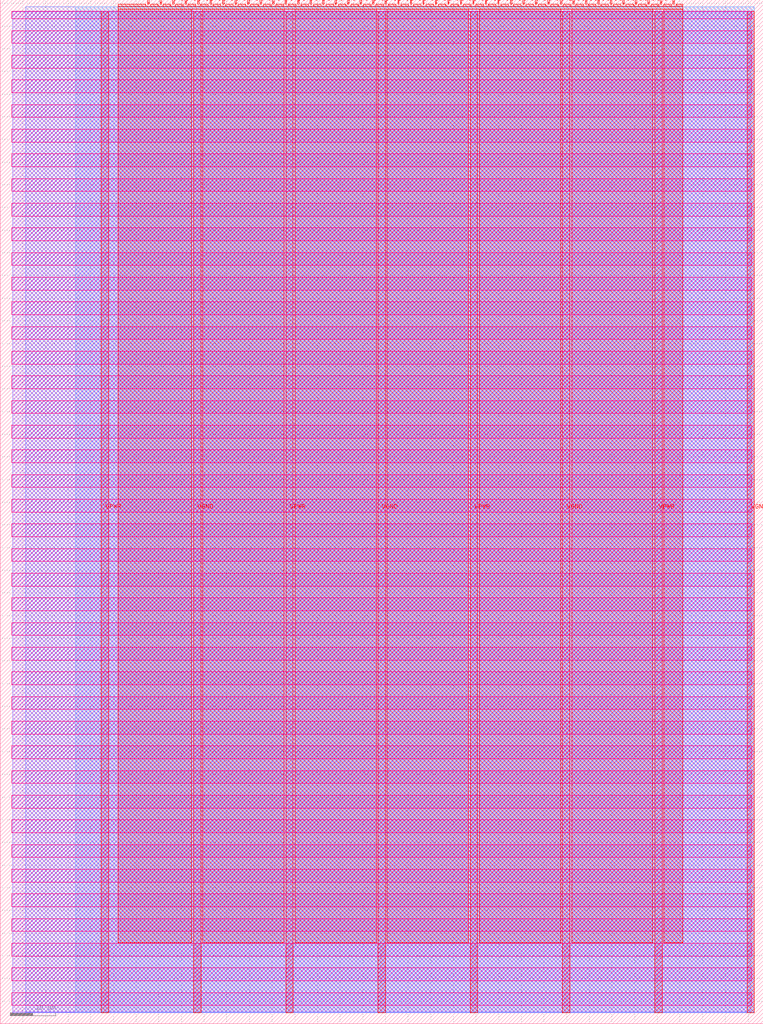
<source format=lef>
VERSION 5.7 ;
  NOWIREEXTENSIONATPIN ON ;
  DIVIDERCHAR "/" ;
  BUSBITCHARS "[]" ;
MACRO tt_um_prg
  CLASS BLOCK ;
  FOREIGN tt_um_prg ;
  ORIGIN 0.000 0.000 ;
  SIZE 168.360 BY 225.760 ;
  PIN VGND
    DIRECTION INOUT ;
    USE GROUND ;
    PORT
      LAYER met4 ;
        RECT 42.670 2.480 44.270 223.280 ;
    END
    PORT
      LAYER met4 ;
        RECT 83.380 2.480 84.980 223.280 ;
    END
    PORT
      LAYER met4 ;
        RECT 124.090 2.480 125.690 223.280 ;
    END
    PORT
      LAYER met4 ;
        RECT 164.800 2.480 166.400 223.280 ;
    END
  END VGND
  PIN VPWR
    DIRECTION INOUT ;
    USE POWER ;
    PORT
      LAYER met4 ;
        RECT 22.315 2.480 23.915 223.280 ;
    END
    PORT
      LAYER met4 ;
        RECT 63.025 2.480 64.625 223.280 ;
    END
    PORT
      LAYER met4 ;
        RECT 103.735 2.480 105.335 223.280 ;
    END
    PORT
      LAYER met4 ;
        RECT 144.445 2.480 146.045 223.280 ;
    END
  END VPWR
  PIN clk
    DIRECTION INPUT ;
    USE SIGNAL ;
    ANTENNAGATEAREA 0.852000 ;
    PORT
      LAYER met4 ;
        RECT 145.670 224.760 145.970 225.760 ;
    END
  END clk
  PIN ena
    DIRECTION INPUT ;
    USE SIGNAL ;
    ANTENNAGATEAREA 0.159000 ;
    PORT
      LAYER met4 ;
        RECT 148.430 224.760 148.730 225.760 ;
    END
  END ena
  PIN rst_n
    DIRECTION INPUT ;
    USE SIGNAL ;
    ANTENNAGATEAREA 0.247500 ;
    PORT
      LAYER met4 ;
        RECT 142.910 224.760 143.210 225.760 ;
    END
  END rst_n
  PIN ui_in[0]
    DIRECTION INPUT ;
    USE SIGNAL ;
    ANTENNAGATEAREA 0.196500 ;
    PORT
      LAYER met4 ;
        RECT 140.150 224.760 140.450 225.760 ;
    END
  END ui_in[0]
  PIN ui_in[1]
    DIRECTION INPUT ;
    USE SIGNAL ;
    ANTENNAGATEAREA 0.196500 ;
    PORT
      LAYER met4 ;
        RECT 137.390 224.760 137.690 225.760 ;
    END
  END ui_in[1]
  PIN ui_in[2]
    DIRECTION INPUT ;
    USE SIGNAL ;
    ANTENNAGATEAREA 0.196500 ;
    PORT
      LAYER met4 ;
        RECT 134.630 224.760 134.930 225.760 ;
    END
  END ui_in[2]
  PIN ui_in[3]
    DIRECTION INPUT ;
    USE SIGNAL ;
    ANTENNAGATEAREA 0.196500 ;
    PORT
      LAYER met4 ;
        RECT 131.870 224.760 132.170 225.760 ;
    END
  END ui_in[3]
  PIN ui_in[4]
    DIRECTION INPUT ;
    USE SIGNAL ;
    ANTENNAGATEAREA 0.196500 ;
    PORT
      LAYER met4 ;
        RECT 129.110 224.760 129.410 225.760 ;
    END
  END ui_in[4]
  PIN ui_in[5]
    DIRECTION INPUT ;
    USE SIGNAL ;
    ANTENNAGATEAREA 0.196500 ;
    PORT
      LAYER met4 ;
        RECT 126.350 224.760 126.650 225.760 ;
    END
  END ui_in[5]
  PIN ui_in[6]
    DIRECTION INPUT ;
    USE SIGNAL ;
    ANTENNAGATEAREA 0.196500 ;
    PORT
      LAYER met4 ;
        RECT 123.590 224.760 123.890 225.760 ;
    END
  END ui_in[6]
  PIN ui_in[7]
    DIRECTION INPUT ;
    USE SIGNAL ;
    ANTENNAGATEAREA 0.196500 ;
    PORT
      LAYER met4 ;
        RECT 120.830 224.760 121.130 225.760 ;
    END
  END ui_in[7]
  PIN uio_in[0]
    DIRECTION INPUT ;
    USE SIGNAL ;
    PORT
      LAYER met4 ;
        RECT 118.070 224.760 118.370 225.760 ;
    END
  END uio_in[0]
  PIN uio_in[1]
    DIRECTION INPUT ;
    USE SIGNAL ;
    PORT
      LAYER met4 ;
        RECT 115.310 224.760 115.610 225.760 ;
    END
  END uio_in[1]
  PIN uio_in[2]
    DIRECTION INPUT ;
    USE SIGNAL ;
    PORT
      LAYER met4 ;
        RECT 112.550 224.760 112.850 225.760 ;
    END
  END uio_in[2]
  PIN uio_in[3]
    DIRECTION INPUT ;
    USE SIGNAL ;
    PORT
      LAYER met4 ;
        RECT 109.790 224.760 110.090 225.760 ;
    END
  END uio_in[3]
  PIN uio_in[4]
    DIRECTION INPUT ;
    USE SIGNAL ;
    PORT
      LAYER met4 ;
        RECT 107.030 224.760 107.330 225.760 ;
    END
  END uio_in[4]
  PIN uio_in[5]
    DIRECTION INPUT ;
    USE SIGNAL ;
    PORT
      LAYER met4 ;
        RECT 104.270 224.760 104.570 225.760 ;
    END
  END uio_in[5]
  PIN uio_in[6]
    DIRECTION INPUT ;
    USE SIGNAL ;
    PORT
      LAYER met4 ;
        RECT 101.510 224.760 101.810 225.760 ;
    END
  END uio_in[6]
  PIN uio_in[7]
    DIRECTION INPUT ;
    USE SIGNAL ;
    PORT
      LAYER met4 ;
        RECT 98.750 224.760 99.050 225.760 ;
    END
  END uio_in[7]
  PIN uio_oe[0]
    DIRECTION OUTPUT TRISTATE ;
    USE SIGNAL ;
    PORT
      LAYER met4 ;
        RECT 51.830 224.760 52.130 225.760 ;
    END
  END uio_oe[0]
  PIN uio_oe[1]
    DIRECTION OUTPUT TRISTATE ;
    USE SIGNAL ;
    PORT
      LAYER met4 ;
        RECT 49.070 224.760 49.370 225.760 ;
    END
  END uio_oe[1]
  PIN uio_oe[2]
    DIRECTION OUTPUT TRISTATE ;
    USE SIGNAL ;
    PORT
      LAYER met4 ;
        RECT 46.310 224.760 46.610 225.760 ;
    END
  END uio_oe[2]
  PIN uio_oe[3]
    DIRECTION OUTPUT TRISTATE ;
    USE SIGNAL ;
    PORT
      LAYER met4 ;
        RECT 43.550 224.760 43.850 225.760 ;
    END
  END uio_oe[3]
  PIN uio_oe[4]
    DIRECTION OUTPUT TRISTATE ;
    USE SIGNAL ;
    PORT
      LAYER met4 ;
        RECT 40.790 224.760 41.090 225.760 ;
    END
  END uio_oe[4]
  PIN uio_oe[5]
    DIRECTION OUTPUT TRISTATE ;
    USE SIGNAL ;
    PORT
      LAYER met4 ;
        RECT 38.030 224.760 38.330 225.760 ;
    END
  END uio_oe[5]
  PIN uio_oe[6]
    DIRECTION OUTPUT TRISTATE ;
    USE SIGNAL ;
    PORT
      LAYER met4 ;
        RECT 35.270 224.760 35.570 225.760 ;
    END
  END uio_oe[6]
  PIN uio_oe[7]
    DIRECTION OUTPUT TRISTATE ;
    USE SIGNAL ;
    PORT
      LAYER met4 ;
        RECT 32.510 224.760 32.810 225.760 ;
    END
  END uio_oe[7]
  PIN uio_out[0]
    DIRECTION OUTPUT TRISTATE ;
    USE SIGNAL ;
    ANTENNADIFFAREA 0.795200 ;
    PORT
      LAYER met4 ;
        RECT 73.910 224.760 74.210 225.760 ;
    END
  END uio_out[0]
  PIN uio_out[1]
    DIRECTION OUTPUT TRISTATE ;
    USE SIGNAL ;
    PORT
      LAYER met4 ;
        RECT 71.150 224.760 71.450 225.760 ;
    END
  END uio_out[1]
  PIN uio_out[2]
    DIRECTION OUTPUT TRISTATE ;
    USE SIGNAL ;
    PORT
      LAYER met4 ;
        RECT 68.390 224.760 68.690 225.760 ;
    END
  END uio_out[2]
  PIN uio_out[3]
    DIRECTION OUTPUT TRISTATE ;
    USE SIGNAL ;
    PORT
      LAYER met4 ;
        RECT 65.630 224.760 65.930 225.760 ;
    END
  END uio_out[3]
  PIN uio_out[4]
    DIRECTION OUTPUT TRISTATE ;
    USE SIGNAL ;
    PORT
      LAYER met4 ;
        RECT 62.870 224.760 63.170 225.760 ;
    END
  END uio_out[4]
  PIN uio_out[5]
    DIRECTION OUTPUT TRISTATE ;
    USE SIGNAL ;
    PORT
      LAYER met4 ;
        RECT 60.110 224.760 60.410 225.760 ;
    END
  END uio_out[5]
  PIN uio_out[6]
    DIRECTION OUTPUT TRISTATE ;
    USE SIGNAL ;
    PORT
      LAYER met4 ;
        RECT 57.350 224.760 57.650 225.760 ;
    END
  END uio_out[6]
  PIN uio_out[7]
    DIRECTION OUTPUT TRISTATE ;
    USE SIGNAL ;
    PORT
      LAYER met4 ;
        RECT 54.590 224.760 54.890 225.760 ;
    END
  END uio_out[7]
  PIN uo_out[0]
    DIRECTION OUTPUT TRISTATE ;
    USE SIGNAL ;
    ANTENNAGATEAREA 0.247500 ;
    ANTENNADIFFAREA 0.891000 ;
    PORT
      LAYER met4 ;
        RECT 95.990 224.760 96.290 225.760 ;
    END
  END uo_out[0]
  PIN uo_out[1]
    DIRECTION OUTPUT TRISTATE ;
    USE SIGNAL ;
    ANTENNAGATEAREA 0.247500 ;
    ANTENNADIFFAREA 0.891000 ;
    PORT
      LAYER met4 ;
        RECT 93.230 224.760 93.530 225.760 ;
    END
  END uo_out[1]
  PIN uo_out[2]
    DIRECTION OUTPUT TRISTATE ;
    USE SIGNAL ;
    ANTENNAGATEAREA 0.247500 ;
    ANTENNADIFFAREA 0.891000 ;
    PORT
      LAYER met4 ;
        RECT 90.470 224.760 90.770 225.760 ;
    END
  END uo_out[2]
  PIN uo_out[3]
    DIRECTION OUTPUT TRISTATE ;
    USE SIGNAL ;
    ANTENNAGATEAREA 0.247500 ;
    ANTENNADIFFAREA 0.891000 ;
    PORT
      LAYER met4 ;
        RECT 87.710 224.760 88.010 225.760 ;
    END
  END uo_out[3]
  PIN uo_out[4]
    DIRECTION OUTPUT TRISTATE ;
    USE SIGNAL ;
    ANTENNAGATEAREA 0.126000 ;
    ANTENNADIFFAREA 0.445500 ;
    PORT
      LAYER met4 ;
        RECT 84.950 224.760 85.250 225.760 ;
    END
  END uo_out[4]
  PIN uo_out[5]
    DIRECTION OUTPUT TRISTATE ;
    USE SIGNAL ;
    ANTENNAGATEAREA 0.126000 ;
    ANTENNADIFFAREA 0.445500 ;
    PORT
      LAYER met4 ;
        RECT 82.190 224.760 82.490 225.760 ;
    END
  END uo_out[5]
  PIN uo_out[6]
    DIRECTION OUTPUT TRISTATE ;
    USE SIGNAL ;
    ANTENNAGATEAREA 0.126000 ;
    ANTENNADIFFAREA 0.445500 ;
    PORT
      LAYER met4 ;
        RECT 79.430 224.760 79.730 225.760 ;
    END
  END uo_out[6]
  PIN uo_out[7]
    DIRECTION OUTPUT TRISTATE ;
    USE SIGNAL ;
    ANTENNAGATEAREA 0.126000 ;
    ANTENNADIFFAREA 0.891000 ;
    PORT
      LAYER met4 ;
        RECT 76.670 224.760 76.970 225.760 ;
    END
  END uo_out[7]
  OBS
      LAYER nwell ;
        RECT 2.570 221.625 165.790 223.230 ;
        RECT 2.570 216.185 165.790 219.015 ;
        RECT 2.570 210.745 165.790 213.575 ;
        RECT 2.570 205.305 165.790 208.135 ;
        RECT 2.570 199.865 165.790 202.695 ;
        RECT 2.570 194.425 165.790 197.255 ;
        RECT 2.570 188.985 165.790 191.815 ;
        RECT 2.570 183.545 165.790 186.375 ;
        RECT 2.570 178.105 165.790 180.935 ;
        RECT 2.570 172.665 165.790 175.495 ;
        RECT 2.570 167.225 165.790 170.055 ;
        RECT 2.570 161.785 165.790 164.615 ;
        RECT 2.570 156.345 165.790 159.175 ;
        RECT 2.570 150.905 165.790 153.735 ;
        RECT 2.570 145.465 165.790 148.295 ;
        RECT 2.570 140.025 165.790 142.855 ;
        RECT 2.570 134.585 165.790 137.415 ;
        RECT 2.570 129.145 165.790 131.975 ;
        RECT 2.570 123.705 165.790 126.535 ;
        RECT 2.570 118.265 165.790 121.095 ;
        RECT 2.570 112.825 165.790 115.655 ;
        RECT 2.570 107.385 165.790 110.215 ;
        RECT 2.570 101.945 165.790 104.775 ;
        RECT 2.570 96.505 165.790 99.335 ;
        RECT 2.570 91.065 165.790 93.895 ;
        RECT 2.570 85.625 165.790 88.455 ;
        RECT 2.570 80.185 165.790 83.015 ;
        RECT 2.570 74.745 165.790 77.575 ;
        RECT 2.570 69.305 165.790 72.135 ;
        RECT 2.570 63.865 165.790 66.695 ;
        RECT 2.570 58.425 165.790 61.255 ;
        RECT 2.570 52.985 165.790 55.815 ;
        RECT 2.570 47.545 165.790 50.375 ;
        RECT 2.570 42.105 165.790 44.935 ;
        RECT 2.570 36.665 165.790 39.495 ;
        RECT 2.570 31.225 165.790 34.055 ;
        RECT 2.570 25.785 165.790 28.615 ;
        RECT 2.570 20.345 165.790 23.175 ;
        RECT 2.570 14.905 165.790 17.735 ;
        RECT 2.570 9.465 165.790 12.295 ;
        RECT 2.570 4.025 165.790 6.855 ;
      LAYER li1 ;
        RECT 2.760 2.635 165.600 223.125 ;
      LAYER met1 ;
        RECT 2.760 2.480 166.400 223.280 ;
      LAYER met2 ;
        RECT 5.620 2.535 166.370 224.245 ;
      LAYER met3 ;
        RECT 16.625 2.555 166.390 224.225 ;
      LAYER met4 ;
        RECT 26.055 224.360 32.110 224.760 ;
        RECT 33.210 224.360 34.870 224.760 ;
        RECT 35.970 224.360 37.630 224.760 ;
        RECT 38.730 224.360 40.390 224.760 ;
        RECT 41.490 224.360 43.150 224.760 ;
        RECT 44.250 224.360 45.910 224.760 ;
        RECT 47.010 224.360 48.670 224.760 ;
        RECT 49.770 224.360 51.430 224.760 ;
        RECT 52.530 224.360 54.190 224.760 ;
        RECT 55.290 224.360 56.950 224.760 ;
        RECT 58.050 224.360 59.710 224.760 ;
        RECT 60.810 224.360 62.470 224.760 ;
        RECT 63.570 224.360 65.230 224.760 ;
        RECT 66.330 224.360 67.990 224.760 ;
        RECT 69.090 224.360 70.750 224.760 ;
        RECT 71.850 224.360 73.510 224.760 ;
        RECT 74.610 224.360 76.270 224.760 ;
        RECT 77.370 224.360 79.030 224.760 ;
        RECT 80.130 224.360 81.790 224.760 ;
        RECT 82.890 224.360 84.550 224.760 ;
        RECT 85.650 224.360 87.310 224.760 ;
        RECT 88.410 224.360 90.070 224.760 ;
        RECT 91.170 224.360 92.830 224.760 ;
        RECT 93.930 224.360 95.590 224.760 ;
        RECT 96.690 224.360 98.350 224.760 ;
        RECT 99.450 224.360 101.110 224.760 ;
        RECT 102.210 224.360 103.870 224.760 ;
        RECT 104.970 224.360 106.630 224.760 ;
        RECT 107.730 224.360 109.390 224.760 ;
        RECT 110.490 224.360 112.150 224.760 ;
        RECT 113.250 224.360 114.910 224.760 ;
        RECT 116.010 224.360 117.670 224.760 ;
        RECT 118.770 224.360 120.430 224.760 ;
        RECT 121.530 224.360 123.190 224.760 ;
        RECT 124.290 224.360 125.950 224.760 ;
        RECT 127.050 224.360 128.710 224.760 ;
        RECT 129.810 224.360 131.470 224.760 ;
        RECT 132.570 224.360 134.230 224.760 ;
        RECT 135.330 224.360 136.990 224.760 ;
        RECT 138.090 224.360 139.750 224.760 ;
        RECT 140.850 224.360 142.510 224.760 ;
        RECT 143.610 224.360 145.270 224.760 ;
        RECT 146.370 224.360 148.030 224.760 ;
        RECT 149.130 224.360 150.585 224.760 ;
        RECT 26.055 223.680 150.585 224.360 ;
        RECT 26.055 17.855 42.270 223.680 ;
        RECT 44.670 17.855 62.625 223.680 ;
        RECT 65.025 17.855 82.980 223.680 ;
        RECT 85.380 17.855 103.335 223.680 ;
        RECT 105.735 17.855 123.690 223.680 ;
        RECT 126.090 17.855 144.045 223.680 ;
        RECT 146.445 17.855 150.585 223.680 ;
  END
END tt_um_prg
END LIBRARY


</source>
